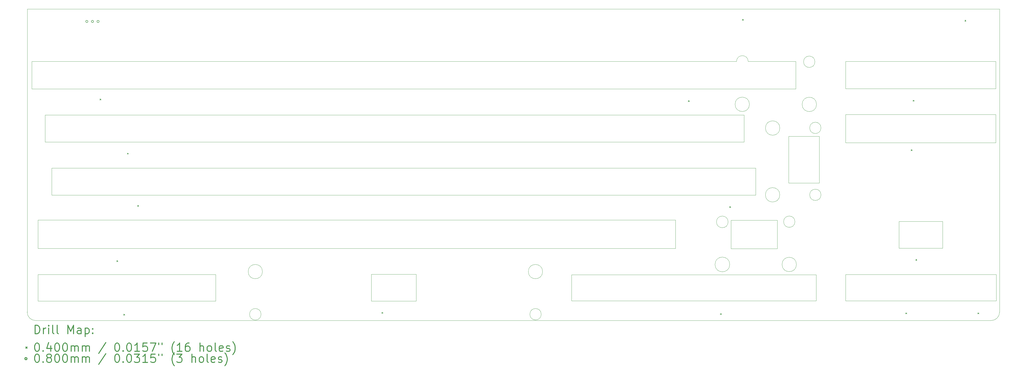
<source format=gbr>
%FSLAX45Y45*%
G04 Gerber Fmt 4.5, Leading zero omitted, Abs format (unit mm)*
G04 Created by KiCad (PCBNEW (5.1.10)-1) date 2021-10-25 17:22:13*
%MOMM*%
%LPD*%
G01*
G04 APERTURE LIST*
%TA.AperFunction,Profile*%
%ADD10C,0.100000*%
%TD*%
%ADD11C,0.200000*%
%ADD12C,0.300000*%
G04 APERTURE END LIST*
D10*
X29405120Y-12325000D02*
X31100000Y-12325000D01*
X28990000Y-12325000D02*
G75*
G02*
X29405120Y-12325000I207560J0D01*
G01*
X31787608Y-12335000D02*
G75*
G03*
X31787608Y-12335000I-202608J0D01*
G01*
X31844429Y-13857500D02*
G75*
G03*
X31844429Y-13857500I-256929J0D01*
G01*
X29451358Y-13855000D02*
G75*
G03*
X29451358Y-13855000I-256929J0D01*
G01*
X30536358Y-14702500D02*
G75*
G03*
X30536358Y-14702500I-256929J0D01*
G01*
X30533858Y-17087500D02*
G75*
G03*
X30533858Y-17087500I-256929J0D01*
G01*
X32004175Y-17087500D02*
G75*
G03*
X32004175Y-17087500I-201675J0D01*
G01*
X32004175Y-14696675D02*
G75*
G03*
X32004175Y-14696675I-201675J0D01*
G01*
X28690000Y-18055000D02*
G75*
G03*
X28690000Y-18055000I-207996J0D01*
G01*
X31073759Y-18047500D02*
G75*
G03*
X31073759Y-18047500I-201675J0D01*
G01*
X31127500Y-19575000D02*
G75*
G03*
X31127500Y-19575000I-256929J0D01*
G01*
X28747500Y-19575000D02*
G75*
G03*
X28747500Y-19575000I-262798J0D01*
G01*
X12022515Y-21355000D02*
G75*
G03*
X12022515Y-21355000I-205099J0D01*
G01*
X12072610Y-19830000D02*
G75*
G03*
X12072610Y-19830000I-255171J0D01*
G01*
X22070000Y-19830000D02*
G75*
G03*
X22070000Y-19830000I-255060J0D01*
G01*
X22020539Y-21353039D02*
G75*
G03*
X22020539Y-21353039I-203039J0D01*
G01*
X38254000Y-19936000D02*
X38254000Y-20875000D01*
X32878000Y-19936000D02*
X38254000Y-19936000D01*
X32878000Y-20875000D02*
X32878000Y-19936000D01*
X38254000Y-20875000D02*
X32878000Y-20875000D01*
X31832000Y-19946000D02*
X31832000Y-20877000D01*
X23104000Y-19946000D02*
X31832000Y-19946000D01*
X23104000Y-20877000D02*
X23104000Y-19946000D01*
X31832000Y-20877000D02*
X23104000Y-20877000D01*
X17553000Y-19922000D02*
X17553000Y-20886000D01*
X15960000Y-19922000D02*
X17553000Y-19922000D01*
X15960000Y-20886000D02*
X15960000Y-19922000D01*
X17553000Y-20886000D02*
X15960000Y-20886000D01*
X10406000Y-19937000D02*
X10406000Y-20878000D01*
X4062000Y-19937000D02*
X10406000Y-19937000D01*
X4062000Y-20878000D02*
X4062000Y-19937000D01*
X10406000Y-20878000D02*
X4062000Y-20878000D01*
X36344000Y-18036000D02*
X36344000Y-18998000D01*
X34787000Y-18036000D02*
X36344000Y-18036000D01*
X34787000Y-18998000D02*
X34787000Y-18036000D01*
X36344000Y-18998000D02*
X34787000Y-18998000D01*
X30441000Y-17995000D02*
X30441000Y-19010000D01*
X28791000Y-17995000D02*
X30441000Y-17995000D01*
X28791000Y-19010000D02*
X28791000Y-17995000D01*
X30441000Y-19010000D02*
X28791000Y-19010000D01*
X26814000Y-17987000D02*
X26814000Y-19002000D01*
X4065000Y-17987000D02*
X26814000Y-17987000D01*
X4065000Y-19002000D02*
X4065000Y-17987000D01*
X26814000Y-19002000D02*
X4065000Y-19002000D01*
X29675000Y-16128000D02*
X29675000Y-17094000D01*
X4549000Y-16128000D02*
X29675000Y-16128000D01*
X4549000Y-17094000D02*
X4549000Y-16128000D01*
X29675000Y-17094000D02*
X4549000Y-17094000D01*
X38243000Y-14217000D02*
X38243000Y-15222000D01*
X32885000Y-14217000D02*
X38243000Y-14217000D01*
X32885000Y-15222000D02*
X32885000Y-14217000D01*
X38243000Y-15222000D02*
X32885000Y-15222000D01*
X31938000Y-14997000D02*
X31938000Y-16663000D01*
X30851000Y-14997000D02*
X31938000Y-14997000D01*
X30851000Y-16663000D02*
X30851000Y-14997000D01*
X31938000Y-16663000D02*
X30851000Y-16663000D01*
X29255000Y-14233000D02*
X29255000Y-15200000D01*
X4312000Y-14233000D02*
X29255000Y-14233000D01*
X4312000Y-15200000D02*
X4312000Y-14233000D01*
X29255000Y-15200000D02*
X4312000Y-15200000D01*
X38240000Y-12325000D02*
X38240000Y-13295000D01*
X32885000Y-12325000D02*
X38240000Y-12325000D01*
X32885000Y-13295000D02*
X32885000Y-12325000D01*
X38240000Y-13295000D02*
X32885000Y-13295000D01*
X31100000Y-12325000D02*
X31100000Y-13300000D01*
X3837500Y-12325000D02*
X28990000Y-12325000D01*
X3837500Y-13300000D02*
X3837500Y-12325000D01*
X31100000Y-13300000D02*
X3837500Y-13300000D01*
X38376700Y-10452500D02*
X3676700Y-10452500D01*
X38076700Y-21578500D02*
X3976700Y-21578500D01*
X3676700Y-21278500D02*
X3676700Y-10452500D01*
X38376700Y-21278500D02*
G75*
G02*
X38076700Y-21578500I-300000J0D01*
G01*
X3976700Y-21578500D02*
G75*
G02*
X3676700Y-21278500I0J300000D01*
G01*
X38376700Y-10452500D02*
X38376700Y-21278500D01*
D11*
X6272500Y-13660500D02*
X6312500Y-13700500D01*
X6312500Y-13660500D02*
X6272500Y-13700500D01*
X6876000Y-19437000D02*
X6916000Y-19477000D01*
X6916000Y-19437000D02*
X6876000Y-19477000D01*
X7121500Y-21349000D02*
X7161500Y-21389000D01*
X7161500Y-21349000D02*
X7121500Y-21389000D01*
X7251001Y-15596000D02*
X7291001Y-15636000D01*
X7291001Y-15596000D02*
X7251001Y-15636000D01*
X7614000Y-17464000D02*
X7654000Y-17504000D01*
X7654000Y-17464000D02*
X7614000Y-17504000D01*
X16327500Y-21285500D02*
X16367500Y-21325500D01*
X16367500Y-21285500D02*
X16327500Y-21325500D01*
X27270100Y-13718000D02*
X27310100Y-13758000D01*
X27310100Y-13718000D02*
X27270100Y-13758000D01*
X28415000Y-21328000D02*
X28455000Y-21368000D01*
X28455000Y-21328000D02*
X28415000Y-21368000D01*
X28743500Y-17507000D02*
X28783500Y-17547000D01*
X28783500Y-17507000D02*
X28743500Y-17547000D01*
X29200000Y-10818000D02*
X29240000Y-10858000D01*
X29240000Y-10818000D02*
X29200000Y-10858000D01*
X35024500Y-21301000D02*
X35064500Y-21341000D01*
X35064500Y-21301000D02*
X35024500Y-21341000D01*
X35220500Y-15474000D02*
X35260500Y-15514000D01*
X35260500Y-15474000D02*
X35220500Y-15514000D01*
X35285000Y-13708000D02*
X35325000Y-13748000D01*
X35325000Y-13708000D02*
X35285000Y-13748000D01*
X35384000Y-19394000D02*
X35424000Y-19434000D01*
X35424000Y-19394000D02*
X35384000Y-19434000D01*
X37137500Y-10848000D02*
X37177500Y-10888000D01*
X37177500Y-10848000D02*
X37137500Y-10888000D01*
X37598750Y-21301750D02*
X37638750Y-21341750D01*
X37638750Y-21301750D02*
X37598750Y-21341750D01*
X5845000Y-10895000D02*
G75*
G03*
X5845000Y-10895000I-40000J0D01*
G01*
X6045000Y-10895000D02*
G75*
G03*
X6045000Y-10895000I-40000J0D01*
G01*
X6245000Y-10895000D02*
G75*
G03*
X6245000Y-10895000I-40000J0D01*
G01*
D12*
X3958128Y-22049214D02*
X3958128Y-21749214D01*
X4029557Y-21749214D01*
X4072414Y-21763500D01*
X4100986Y-21792072D01*
X4115271Y-21820643D01*
X4129557Y-21877786D01*
X4129557Y-21920643D01*
X4115271Y-21977786D01*
X4100986Y-22006357D01*
X4072414Y-22034929D01*
X4029557Y-22049214D01*
X3958128Y-22049214D01*
X4258128Y-22049214D02*
X4258128Y-21849214D01*
X4258128Y-21906357D02*
X4272414Y-21877786D01*
X4286700Y-21863500D01*
X4315271Y-21849214D01*
X4343843Y-21849214D01*
X4443843Y-22049214D02*
X4443843Y-21849214D01*
X4443843Y-21749214D02*
X4429557Y-21763500D01*
X4443843Y-21777786D01*
X4458128Y-21763500D01*
X4443843Y-21749214D01*
X4443843Y-21777786D01*
X4629557Y-22049214D02*
X4600986Y-22034929D01*
X4586700Y-22006357D01*
X4586700Y-21749214D01*
X4786700Y-22049214D02*
X4758128Y-22034929D01*
X4743843Y-22006357D01*
X4743843Y-21749214D01*
X5129557Y-22049214D02*
X5129557Y-21749214D01*
X5229557Y-21963500D01*
X5329557Y-21749214D01*
X5329557Y-22049214D01*
X5600986Y-22049214D02*
X5600986Y-21892072D01*
X5586700Y-21863500D01*
X5558128Y-21849214D01*
X5500986Y-21849214D01*
X5472414Y-21863500D01*
X5600986Y-22034929D02*
X5572414Y-22049214D01*
X5500986Y-22049214D01*
X5472414Y-22034929D01*
X5458128Y-22006357D01*
X5458128Y-21977786D01*
X5472414Y-21949214D01*
X5500986Y-21934929D01*
X5572414Y-21934929D01*
X5600986Y-21920643D01*
X5743843Y-21849214D02*
X5743843Y-22149214D01*
X5743843Y-21863500D02*
X5772414Y-21849214D01*
X5829557Y-21849214D01*
X5858128Y-21863500D01*
X5872414Y-21877786D01*
X5886700Y-21906357D01*
X5886700Y-21992072D01*
X5872414Y-22020643D01*
X5858128Y-22034929D01*
X5829557Y-22049214D01*
X5772414Y-22049214D01*
X5743843Y-22034929D01*
X6015271Y-22020643D02*
X6029557Y-22034929D01*
X6015271Y-22049214D01*
X6000986Y-22034929D01*
X6015271Y-22020643D01*
X6015271Y-22049214D01*
X6015271Y-21863500D02*
X6029557Y-21877786D01*
X6015271Y-21892072D01*
X6000986Y-21877786D01*
X6015271Y-21863500D01*
X6015271Y-21892072D01*
X3631700Y-22523500D02*
X3671700Y-22563500D01*
X3671700Y-22523500D02*
X3631700Y-22563500D01*
X4015271Y-22379214D02*
X4043843Y-22379214D01*
X4072414Y-22393500D01*
X4086700Y-22407786D01*
X4100986Y-22436357D01*
X4115271Y-22493500D01*
X4115271Y-22564929D01*
X4100986Y-22622071D01*
X4086700Y-22650643D01*
X4072414Y-22664929D01*
X4043843Y-22679214D01*
X4015271Y-22679214D01*
X3986700Y-22664929D01*
X3972414Y-22650643D01*
X3958128Y-22622071D01*
X3943843Y-22564929D01*
X3943843Y-22493500D01*
X3958128Y-22436357D01*
X3972414Y-22407786D01*
X3986700Y-22393500D01*
X4015271Y-22379214D01*
X4243843Y-22650643D02*
X4258128Y-22664929D01*
X4243843Y-22679214D01*
X4229557Y-22664929D01*
X4243843Y-22650643D01*
X4243843Y-22679214D01*
X4515271Y-22479214D02*
X4515271Y-22679214D01*
X4443843Y-22364929D02*
X4372414Y-22579214D01*
X4558128Y-22579214D01*
X4729557Y-22379214D02*
X4758128Y-22379214D01*
X4786700Y-22393500D01*
X4800986Y-22407786D01*
X4815271Y-22436357D01*
X4829557Y-22493500D01*
X4829557Y-22564929D01*
X4815271Y-22622071D01*
X4800986Y-22650643D01*
X4786700Y-22664929D01*
X4758128Y-22679214D01*
X4729557Y-22679214D01*
X4700986Y-22664929D01*
X4686700Y-22650643D01*
X4672414Y-22622071D01*
X4658128Y-22564929D01*
X4658128Y-22493500D01*
X4672414Y-22436357D01*
X4686700Y-22407786D01*
X4700986Y-22393500D01*
X4729557Y-22379214D01*
X5015271Y-22379214D02*
X5043843Y-22379214D01*
X5072414Y-22393500D01*
X5086700Y-22407786D01*
X5100986Y-22436357D01*
X5115271Y-22493500D01*
X5115271Y-22564929D01*
X5100986Y-22622071D01*
X5086700Y-22650643D01*
X5072414Y-22664929D01*
X5043843Y-22679214D01*
X5015271Y-22679214D01*
X4986700Y-22664929D01*
X4972414Y-22650643D01*
X4958128Y-22622071D01*
X4943843Y-22564929D01*
X4943843Y-22493500D01*
X4958128Y-22436357D01*
X4972414Y-22407786D01*
X4986700Y-22393500D01*
X5015271Y-22379214D01*
X5243843Y-22679214D02*
X5243843Y-22479214D01*
X5243843Y-22507786D02*
X5258128Y-22493500D01*
X5286700Y-22479214D01*
X5329557Y-22479214D01*
X5358128Y-22493500D01*
X5372414Y-22522071D01*
X5372414Y-22679214D01*
X5372414Y-22522071D02*
X5386700Y-22493500D01*
X5415271Y-22479214D01*
X5458128Y-22479214D01*
X5486700Y-22493500D01*
X5500986Y-22522071D01*
X5500986Y-22679214D01*
X5643843Y-22679214D02*
X5643843Y-22479214D01*
X5643843Y-22507786D02*
X5658128Y-22493500D01*
X5686700Y-22479214D01*
X5729557Y-22479214D01*
X5758128Y-22493500D01*
X5772414Y-22522071D01*
X5772414Y-22679214D01*
X5772414Y-22522071D02*
X5786700Y-22493500D01*
X5815271Y-22479214D01*
X5858128Y-22479214D01*
X5886700Y-22493500D01*
X5900986Y-22522071D01*
X5900986Y-22679214D01*
X6486700Y-22364929D02*
X6229557Y-22750643D01*
X6872414Y-22379214D02*
X6900986Y-22379214D01*
X6929557Y-22393500D01*
X6943843Y-22407786D01*
X6958128Y-22436357D01*
X6972414Y-22493500D01*
X6972414Y-22564929D01*
X6958128Y-22622071D01*
X6943843Y-22650643D01*
X6929557Y-22664929D01*
X6900986Y-22679214D01*
X6872414Y-22679214D01*
X6843843Y-22664929D01*
X6829557Y-22650643D01*
X6815271Y-22622071D01*
X6800986Y-22564929D01*
X6800986Y-22493500D01*
X6815271Y-22436357D01*
X6829557Y-22407786D01*
X6843843Y-22393500D01*
X6872414Y-22379214D01*
X7100986Y-22650643D02*
X7115271Y-22664929D01*
X7100986Y-22679214D01*
X7086700Y-22664929D01*
X7100986Y-22650643D01*
X7100986Y-22679214D01*
X7300986Y-22379214D02*
X7329557Y-22379214D01*
X7358128Y-22393500D01*
X7372414Y-22407786D01*
X7386700Y-22436357D01*
X7400986Y-22493500D01*
X7400986Y-22564929D01*
X7386700Y-22622071D01*
X7372414Y-22650643D01*
X7358128Y-22664929D01*
X7329557Y-22679214D01*
X7300986Y-22679214D01*
X7272414Y-22664929D01*
X7258128Y-22650643D01*
X7243843Y-22622071D01*
X7229557Y-22564929D01*
X7229557Y-22493500D01*
X7243843Y-22436357D01*
X7258128Y-22407786D01*
X7272414Y-22393500D01*
X7300986Y-22379214D01*
X7686700Y-22679214D02*
X7515271Y-22679214D01*
X7600986Y-22679214D02*
X7600986Y-22379214D01*
X7572414Y-22422071D01*
X7543843Y-22450643D01*
X7515271Y-22464929D01*
X7958128Y-22379214D02*
X7815271Y-22379214D01*
X7800986Y-22522071D01*
X7815271Y-22507786D01*
X7843843Y-22493500D01*
X7915271Y-22493500D01*
X7943843Y-22507786D01*
X7958128Y-22522071D01*
X7972414Y-22550643D01*
X7972414Y-22622071D01*
X7958128Y-22650643D01*
X7943843Y-22664929D01*
X7915271Y-22679214D01*
X7843843Y-22679214D01*
X7815271Y-22664929D01*
X7800986Y-22650643D01*
X8072414Y-22379214D02*
X8272414Y-22379214D01*
X8143843Y-22679214D01*
X8372414Y-22379214D02*
X8372414Y-22436357D01*
X8486700Y-22379214D02*
X8486700Y-22436357D01*
X8929557Y-22793500D02*
X8915271Y-22779214D01*
X8886700Y-22736357D01*
X8872414Y-22707786D01*
X8858128Y-22664929D01*
X8843843Y-22593500D01*
X8843843Y-22536357D01*
X8858128Y-22464929D01*
X8872414Y-22422071D01*
X8886700Y-22393500D01*
X8915271Y-22350643D01*
X8929557Y-22336357D01*
X9200986Y-22679214D02*
X9029557Y-22679214D01*
X9115271Y-22679214D02*
X9115271Y-22379214D01*
X9086700Y-22422071D01*
X9058128Y-22450643D01*
X9029557Y-22464929D01*
X9458128Y-22379214D02*
X9400986Y-22379214D01*
X9372414Y-22393500D01*
X9358128Y-22407786D01*
X9329557Y-22450643D01*
X9315271Y-22507786D01*
X9315271Y-22622071D01*
X9329557Y-22650643D01*
X9343843Y-22664929D01*
X9372414Y-22679214D01*
X9429557Y-22679214D01*
X9458128Y-22664929D01*
X9472414Y-22650643D01*
X9486700Y-22622071D01*
X9486700Y-22550643D01*
X9472414Y-22522071D01*
X9458128Y-22507786D01*
X9429557Y-22493500D01*
X9372414Y-22493500D01*
X9343843Y-22507786D01*
X9329557Y-22522071D01*
X9315271Y-22550643D01*
X9843843Y-22679214D02*
X9843843Y-22379214D01*
X9972414Y-22679214D02*
X9972414Y-22522071D01*
X9958128Y-22493500D01*
X9929557Y-22479214D01*
X9886700Y-22479214D01*
X9858128Y-22493500D01*
X9843843Y-22507786D01*
X10158128Y-22679214D02*
X10129557Y-22664929D01*
X10115271Y-22650643D01*
X10100986Y-22622071D01*
X10100986Y-22536357D01*
X10115271Y-22507786D01*
X10129557Y-22493500D01*
X10158128Y-22479214D01*
X10200986Y-22479214D01*
X10229557Y-22493500D01*
X10243843Y-22507786D01*
X10258128Y-22536357D01*
X10258128Y-22622071D01*
X10243843Y-22650643D01*
X10229557Y-22664929D01*
X10200986Y-22679214D01*
X10158128Y-22679214D01*
X10429557Y-22679214D02*
X10400986Y-22664929D01*
X10386700Y-22636357D01*
X10386700Y-22379214D01*
X10658128Y-22664929D02*
X10629557Y-22679214D01*
X10572414Y-22679214D01*
X10543843Y-22664929D01*
X10529557Y-22636357D01*
X10529557Y-22522071D01*
X10543843Y-22493500D01*
X10572414Y-22479214D01*
X10629557Y-22479214D01*
X10658128Y-22493500D01*
X10672414Y-22522071D01*
X10672414Y-22550643D01*
X10529557Y-22579214D01*
X10786700Y-22664929D02*
X10815271Y-22679214D01*
X10872414Y-22679214D01*
X10900986Y-22664929D01*
X10915271Y-22636357D01*
X10915271Y-22622071D01*
X10900986Y-22593500D01*
X10872414Y-22579214D01*
X10829557Y-22579214D01*
X10800986Y-22564929D01*
X10786700Y-22536357D01*
X10786700Y-22522071D01*
X10800986Y-22493500D01*
X10829557Y-22479214D01*
X10872414Y-22479214D01*
X10900986Y-22493500D01*
X11015271Y-22793500D02*
X11029557Y-22779214D01*
X11058128Y-22736357D01*
X11072414Y-22707786D01*
X11086700Y-22664929D01*
X11100986Y-22593500D01*
X11100986Y-22536357D01*
X11086700Y-22464929D01*
X11072414Y-22422071D01*
X11058128Y-22393500D01*
X11029557Y-22350643D01*
X11015271Y-22336357D01*
X3671700Y-22939500D02*
G75*
G03*
X3671700Y-22939500I-40000J0D01*
G01*
X4015271Y-22775214D02*
X4043843Y-22775214D01*
X4072414Y-22789500D01*
X4086700Y-22803786D01*
X4100986Y-22832357D01*
X4115271Y-22889500D01*
X4115271Y-22960929D01*
X4100986Y-23018071D01*
X4086700Y-23046643D01*
X4072414Y-23060929D01*
X4043843Y-23075214D01*
X4015271Y-23075214D01*
X3986700Y-23060929D01*
X3972414Y-23046643D01*
X3958128Y-23018071D01*
X3943843Y-22960929D01*
X3943843Y-22889500D01*
X3958128Y-22832357D01*
X3972414Y-22803786D01*
X3986700Y-22789500D01*
X4015271Y-22775214D01*
X4243843Y-23046643D02*
X4258128Y-23060929D01*
X4243843Y-23075214D01*
X4229557Y-23060929D01*
X4243843Y-23046643D01*
X4243843Y-23075214D01*
X4429557Y-22903786D02*
X4400986Y-22889500D01*
X4386700Y-22875214D01*
X4372414Y-22846643D01*
X4372414Y-22832357D01*
X4386700Y-22803786D01*
X4400986Y-22789500D01*
X4429557Y-22775214D01*
X4486700Y-22775214D01*
X4515271Y-22789500D01*
X4529557Y-22803786D01*
X4543843Y-22832357D01*
X4543843Y-22846643D01*
X4529557Y-22875214D01*
X4515271Y-22889500D01*
X4486700Y-22903786D01*
X4429557Y-22903786D01*
X4400986Y-22918071D01*
X4386700Y-22932357D01*
X4372414Y-22960929D01*
X4372414Y-23018071D01*
X4386700Y-23046643D01*
X4400986Y-23060929D01*
X4429557Y-23075214D01*
X4486700Y-23075214D01*
X4515271Y-23060929D01*
X4529557Y-23046643D01*
X4543843Y-23018071D01*
X4543843Y-22960929D01*
X4529557Y-22932357D01*
X4515271Y-22918071D01*
X4486700Y-22903786D01*
X4729557Y-22775214D02*
X4758128Y-22775214D01*
X4786700Y-22789500D01*
X4800986Y-22803786D01*
X4815271Y-22832357D01*
X4829557Y-22889500D01*
X4829557Y-22960929D01*
X4815271Y-23018071D01*
X4800986Y-23046643D01*
X4786700Y-23060929D01*
X4758128Y-23075214D01*
X4729557Y-23075214D01*
X4700986Y-23060929D01*
X4686700Y-23046643D01*
X4672414Y-23018071D01*
X4658128Y-22960929D01*
X4658128Y-22889500D01*
X4672414Y-22832357D01*
X4686700Y-22803786D01*
X4700986Y-22789500D01*
X4729557Y-22775214D01*
X5015271Y-22775214D02*
X5043843Y-22775214D01*
X5072414Y-22789500D01*
X5086700Y-22803786D01*
X5100986Y-22832357D01*
X5115271Y-22889500D01*
X5115271Y-22960929D01*
X5100986Y-23018071D01*
X5086700Y-23046643D01*
X5072414Y-23060929D01*
X5043843Y-23075214D01*
X5015271Y-23075214D01*
X4986700Y-23060929D01*
X4972414Y-23046643D01*
X4958128Y-23018071D01*
X4943843Y-22960929D01*
X4943843Y-22889500D01*
X4958128Y-22832357D01*
X4972414Y-22803786D01*
X4986700Y-22789500D01*
X5015271Y-22775214D01*
X5243843Y-23075214D02*
X5243843Y-22875214D01*
X5243843Y-22903786D02*
X5258128Y-22889500D01*
X5286700Y-22875214D01*
X5329557Y-22875214D01*
X5358128Y-22889500D01*
X5372414Y-22918071D01*
X5372414Y-23075214D01*
X5372414Y-22918071D02*
X5386700Y-22889500D01*
X5415271Y-22875214D01*
X5458128Y-22875214D01*
X5486700Y-22889500D01*
X5500986Y-22918071D01*
X5500986Y-23075214D01*
X5643843Y-23075214D02*
X5643843Y-22875214D01*
X5643843Y-22903786D02*
X5658128Y-22889500D01*
X5686700Y-22875214D01*
X5729557Y-22875214D01*
X5758128Y-22889500D01*
X5772414Y-22918071D01*
X5772414Y-23075214D01*
X5772414Y-22918071D02*
X5786700Y-22889500D01*
X5815271Y-22875214D01*
X5858128Y-22875214D01*
X5886700Y-22889500D01*
X5900986Y-22918071D01*
X5900986Y-23075214D01*
X6486700Y-22760929D02*
X6229557Y-23146643D01*
X6872414Y-22775214D02*
X6900986Y-22775214D01*
X6929557Y-22789500D01*
X6943843Y-22803786D01*
X6958128Y-22832357D01*
X6972414Y-22889500D01*
X6972414Y-22960929D01*
X6958128Y-23018071D01*
X6943843Y-23046643D01*
X6929557Y-23060929D01*
X6900986Y-23075214D01*
X6872414Y-23075214D01*
X6843843Y-23060929D01*
X6829557Y-23046643D01*
X6815271Y-23018071D01*
X6800986Y-22960929D01*
X6800986Y-22889500D01*
X6815271Y-22832357D01*
X6829557Y-22803786D01*
X6843843Y-22789500D01*
X6872414Y-22775214D01*
X7100986Y-23046643D02*
X7115271Y-23060929D01*
X7100986Y-23075214D01*
X7086700Y-23060929D01*
X7100986Y-23046643D01*
X7100986Y-23075214D01*
X7300986Y-22775214D02*
X7329557Y-22775214D01*
X7358128Y-22789500D01*
X7372414Y-22803786D01*
X7386700Y-22832357D01*
X7400986Y-22889500D01*
X7400986Y-22960929D01*
X7386700Y-23018071D01*
X7372414Y-23046643D01*
X7358128Y-23060929D01*
X7329557Y-23075214D01*
X7300986Y-23075214D01*
X7272414Y-23060929D01*
X7258128Y-23046643D01*
X7243843Y-23018071D01*
X7229557Y-22960929D01*
X7229557Y-22889500D01*
X7243843Y-22832357D01*
X7258128Y-22803786D01*
X7272414Y-22789500D01*
X7300986Y-22775214D01*
X7500986Y-22775214D02*
X7686700Y-22775214D01*
X7586700Y-22889500D01*
X7629557Y-22889500D01*
X7658128Y-22903786D01*
X7672414Y-22918071D01*
X7686700Y-22946643D01*
X7686700Y-23018071D01*
X7672414Y-23046643D01*
X7658128Y-23060929D01*
X7629557Y-23075214D01*
X7543843Y-23075214D01*
X7515271Y-23060929D01*
X7500986Y-23046643D01*
X7972414Y-23075214D02*
X7800986Y-23075214D01*
X7886700Y-23075214D02*
X7886700Y-22775214D01*
X7858128Y-22818071D01*
X7829557Y-22846643D01*
X7800986Y-22860929D01*
X8243843Y-22775214D02*
X8100986Y-22775214D01*
X8086700Y-22918071D01*
X8100986Y-22903786D01*
X8129557Y-22889500D01*
X8200986Y-22889500D01*
X8229557Y-22903786D01*
X8243843Y-22918071D01*
X8258128Y-22946643D01*
X8258128Y-23018071D01*
X8243843Y-23046643D01*
X8229557Y-23060929D01*
X8200986Y-23075214D01*
X8129557Y-23075214D01*
X8100986Y-23060929D01*
X8086700Y-23046643D01*
X8372414Y-22775214D02*
X8372414Y-22832357D01*
X8486700Y-22775214D02*
X8486700Y-22832357D01*
X8929557Y-23189500D02*
X8915271Y-23175214D01*
X8886700Y-23132357D01*
X8872414Y-23103786D01*
X8858128Y-23060929D01*
X8843843Y-22989500D01*
X8843843Y-22932357D01*
X8858128Y-22860929D01*
X8872414Y-22818071D01*
X8886700Y-22789500D01*
X8915271Y-22746643D01*
X8929557Y-22732357D01*
X9015271Y-22775214D02*
X9200986Y-22775214D01*
X9100986Y-22889500D01*
X9143843Y-22889500D01*
X9172414Y-22903786D01*
X9186700Y-22918071D01*
X9200986Y-22946643D01*
X9200986Y-23018071D01*
X9186700Y-23046643D01*
X9172414Y-23060929D01*
X9143843Y-23075214D01*
X9058128Y-23075214D01*
X9029557Y-23060929D01*
X9015271Y-23046643D01*
X9558128Y-23075214D02*
X9558128Y-22775214D01*
X9686700Y-23075214D02*
X9686700Y-22918071D01*
X9672414Y-22889500D01*
X9643843Y-22875214D01*
X9600986Y-22875214D01*
X9572414Y-22889500D01*
X9558128Y-22903786D01*
X9872414Y-23075214D02*
X9843843Y-23060929D01*
X9829557Y-23046643D01*
X9815271Y-23018071D01*
X9815271Y-22932357D01*
X9829557Y-22903786D01*
X9843843Y-22889500D01*
X9872414Y-22875214D01*
X9915271Y-22875214D01*
X9943843Y-22889500D01*
X9958128Y-22903786D01*
X9972414Y-22932357D01*
X9972414Y-23018071D01*
X9958128Y-23046643D01*
X9943843Y-23060929D01*
X9915271Y-23075214D01*
X9872414Y-23075214D01*
X10143843Y-23075214D02*
X10115271Y-23060929D01*
X10100986Y-23032357D01*
X10100986Y-22775214D01*
X10372414Y-23060929D02*
X10343843Y-23075214D01*
X10286700Y-23075214D01*
X10258128Y-23060929D01*
X10243843Y-23032357D01*
X10243843Y-22918071D01*
X10258128Y-22889500D01*
X10286700Y-22875214D01*
X10343843Y-22875214D01*
X10372414Y-22889500D01*
X10386700Y-22918071D01*
X10386700Y-22946643D01*
X10243843Y-22975214D01*
X10500986Y-23060929D02*
X10529557Y-23075214D01*
X10586700Y-23075214D01*
X10615271Y-23060929D01*
X10629557Y-23032357D01*
X10629557Y-23018071D01*
X10615271Y-22989500D01*
X10586700Y-22975214D01*
X10543843Y-22975214D01*
X10515271Y-22960929D01*
X10500986Y-22932357D01*
X10500986Y-22918071D01*
X10515271Y-22889500D01*
X10543843Y-22875214D01*
X10586700Y-22875214D01*
X10615271Y-22889500D01*
X10729557Y-23189500D02*
X10743843Y-23175214D01*
X10772414Y-23132357D01*
X10786700Y-23103786D01*
X10800986Y-23060929D01*
X10815271Y-22989500D01*
X10815271Y-22932357D01*
X10800986Y-22860929D01*
X10786700Y-22818071D01*
X10772414Y-22789500D01*
X10743843Y-22746643D01*
X10729557Y-22732357D01*
M02*

</source>
